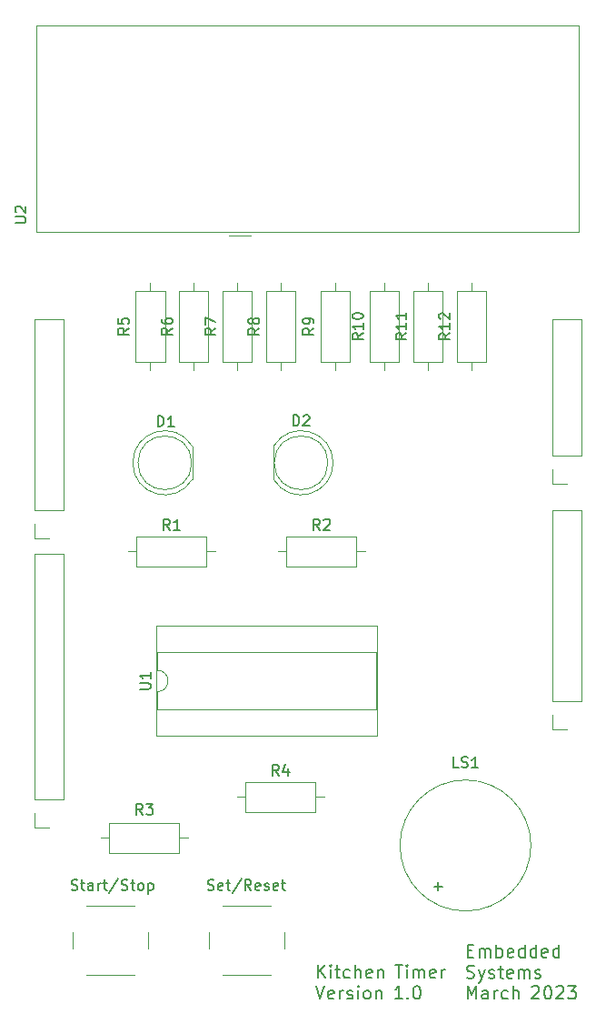
<source format=gbr>
%TF.GenerationSoftware,KiCad,Pcbnew,(7.0.0-0)*%
%TF.CreationDate,2023-04-13T00:16:45-06:00*%
%TF.ProjectId,Phase A - PCB,50686173-6520-4412-902d-205043422e6b,rev?*%
%TF.SameCoordinates,Original*%
%TF.FileFunction,Legend,Top*%
%TF.FilePolarity,Positive*%
%FSLAX46Y46*%
G04 Gerber Fmt 4.6, Leading zero omitted, Abs format (unit mm)*
G04 Created by KiCad (PCBNEW (7.0.0-0)) date 2023-04-13 00:16:45*
%MOMM*%
%LPD*%
G01*
G04 APERTURE LIST*
%ADD10C,0.150000*%
%ADD11C,0.120000*%
G04 APERTURE END LIST*
D10*
X149735714Y-117409857D02*
X149735714Y-116209857D01*
X150421428Y-117409857D02*
X149907142Y-116724142D01*
X150421428Y-116209857D02*
X149735714Y-116895571D01*
X150935714Y-117409857D02*
X150935714Y-116609857D01*
X150935714Y-116209857D02*
X150878571Y-116267000D01*
X150878571Y-116267000D02*
X150935714Y-116324142D01*
X150935714Y-116324142D02*
X150992857Y-116267000D01*
X150992857Y-116267000D02*
X150935714Y-116209857D01*
X150935714Y-116209857D02*
X150935714Y-116324142D01*
X151335714Y-116609857D02*
X151792857Y-116609857D01*
X151507143Y-116209857D02*
X151507143Y-117238428D01*
X151507143Y-117238428D02*
X151564286Y-117352714D01*
X151564286Y-117352714D02*
X151678571Y-117409857D01*
X151678571Y-117409857D02*
X151792857Y-117409857D01*
X152707143Y-117352714D02*
X152592857Y-117409857D01*
X152592857Y-117409857D02*
X152364285Y-117409857D01*
X152364285Y-117409857D02*
X152250000Y-117352714D01*
X152250000Y-117352714D02*
X152192857Y-117295571D01*
X152192857Y-117295571D02*
X152135714Y-117181285D01*
X152135714Y-117181285D02*
X152135714Y-116838428D01*
X152135714Y-116838428D02*
X152192857Y-116724142D01*
X152192857Y-116724142D02*
X152250000Y-116667000D01*
X152250000Y-116667000D02*
X152364285Y-116609857D01*
X152364285Y-116609857D02*
X152592857Y-116609857D01*
X152592857Y-116609857D02*
X152707143Y-116667000D01*
X153221428Y-117409857D02*
X153221428Y-116209857D01*
X153735714Y-117409857D02*
X153735714Y-116781285D01*
X153735714Y-116781285D02*
X153678571Y-116667000D01*
X153678571Y-116667000D02*
X153564285Y-116609857D01*
X153564285Y-116609857D02*
X153392856Y-116609857D01*
X153392856Y-116609857D02*
X153278571Y-116667000D01*
X153278571Y-116667000D02*
X153221428Y-116724142D01*
X154764285Y-117352714D02*
X154649999Y-117409857D01*
X154649999Y-117409857D02*
X154421428Y-117409857D01*
X154421428Y-117409857D02*
X154307142Y-117352714D01*
X154307142Y-117352714D02*
X154249999Y-117238428D01*
X154249999Y-117238428D02*
X154249999Y-116781285D01*
X154249999Y-116781285D02*
X154307142Y-116667000D01*
X154307142Y-116667000D02*
X154421428Y-116609857D01*
X154421428Y-116609857D02*
X154649999Y-116609857D01*
X154649999Y-116609857D02*
X154764285Y-116667000D01*
X154764285Y-116667000D02*
X154821428Y-116781285D01*
X154821428Y-116781285D02*
X154821428Y-116895571D01*
X154821428Y-116895571D02*
X154249999Y-117009857D01*
X155335713Y-116609857D02*
X155335713Y-117409857D01*
X155335713Y-116724142D02*
X155392856Y-116667000D01*
X155392856Y-116667000D02*
X155507141Y-116609857D01*
X155507141Y-116609857D02*
X155678570Y-116609857D01*
X155678570Y-116609857D02*
X155792856Y-116667000D01*
X155792856Y-116667000D02*
X155849999Y-116781285D01*
X155849999Y-116781285D02*
X155849999Y-117409857D01*
X156969998Y-116209857D02*
X157655713Y-116209857D01*
X157312855Y-117409857D02*
X157312855Y-116209857D01*
X158055713Y-117409857D02*
X158055713Y-116609857D01*
X158055713Y-116209857D02*
X157998570Y-116267000D01*
X157998570Y-116267000D02*
X158055713Y-116324142D01*
X158055713Y-116324142D02*
X158112856Y-116267000D01*
X158112856Y-116267000D02*
X158055713Y-116209857D01*
X158055713Y-116209857D02*
X158055713Y-116324142D01*
X158627142Y-117409857D02*
X158627142Y-116609857D01*
X158627142Y-116724142D02*
X158684285Y-116667000D01*
X158684285Y-116667000D02*
X158798570Y-116609857D01*
X158798570Y-116609857D02*
X158969999Y-116609857D01*
X158969999Y-116609857D02*
X159084285Y-116667000D01*
X159084285Y-116667000D02*
X159141428Y-116781285D01*
X159141428Y-116781285D02*
X159141428Y-117409857D01*
X159141428Y-116781285D02*
X159198570Y-116667000D01*
X159198570Y-116667000D02*
X159312856Y-116609857D01*
X159312856Y-116609857D02*
X159484285Y-116609857D01*
X159484285Y-116609857D02*
X159598570Y-116667000D01*
X159598570Y-116667000D02*
X159655713Y-116781285D01*
X159655713Y-116781285D02*
X159655713Y-117409857D01*
X160684285Y-117352714D02*
X160569999Y-117409857D01*
X160569999Y-117409857D02*
X160341428Y-117409857D01*
X160341428Y-117409857D02*
X160227142Y-117352714D01*
X160227142Y-117352714D02*
X160169999Y-117238428D01*
X160169999Y-117238428D02*
X160169999Y-116781285D01*
X160169999Y-116781285D02*
X160227142Y-116667000D01*
X160227142Y-116667000D02*
X160341428Y-116609857D01*
X160341428Y-116609857D02*
X160569999Y-116609857D01*
X160569999Y-116609857D02*
X160684285Y-116667000D01*
X160684285Y-116667000D02*
X160741428Y-116781285D01*
X160741428Y-116781285D02*
X160741428Y-116895571D01*
X160741428Y-116895571D02*
X160169999Y-117009857D01*
X161255713Y-117409857D02*
X161255713Y-116609857D01*
X161255713Y-116838428D02*
X161312856Y-116724142D01*
X161312856Y-116724142D02*
X161369999Y-116667000D01*
X161369999Y-116667000D02*
X161484284Y-116609857D01*
X161484284Y-116609857D02*
X161598570Y-116609857D01*
X149564285Y-118153857D02*
X149964285Y-119353857D01*
X149964285Y-119353857D02*
X150364285Y-118153857D01*
X151221428Y-119296714D02*
X151107142Y-119353857D01*
X151107142Y-119353857D02*
X150878571Y-119353857D01*
X150878571Y-119353857D02*
X150764285Y-119296714D01*
X150764285Y-119296714D02*
X150707142Y-119182428D01*
X150707142Y-119182428D02*
X150707142Y-118725285D01*
X150707142Y-118725285D02*
X150764285Y-118611000D01*
X150764285Y-118611000D02*
X150878571Y-118553857D01*
X150878571Y-118553857D02*
X151107142Y-118553857D01*
X151107142Y-118553857D02*
X151221428Y-118611000D01*
X151221428Y-118611000D02*
X151278571Y-118725285D01*
X151278571Y-118725285D02*
X151278571Y-118839571D01*
X151278571Y-118839571D02*
X150707142Y-118953857D01*
X151792856Y-119353857D02*
X151792856Y-118553857D01*
X151792856Y-118782428D02*
X151849999Y-118668142D01*
X151849999Y-118668142D02*
X151907142Y-118611000D01*
X151907142Y-118611000D02*
X152021427Y-118553857D01*
X152021427Y-118553857D02*
X152135713Y-118553857D01*
X152478570Y-119296714D02*
X152592856Y-119353857D01*
X152592856Y-119353857D02*
X152821427Y-119353857D01*
X152821427Y-119353857D02*
X152935713Y-119296714D01*
X152935713Y-119296714D02*
X152992856Y-119182428D01*
X152992856Y-119182428D02*
X152992856Y-119125285D01*
X152992856Y-119125285D02*
X152935713Y-119011000D01*
X152935713Y-119011000D02*
X152821427Y-118953857D01*
X152821427Y-118953857D02*
X152649999Y-118953857D01*
X152649999Y-118953857D02*
X152535713Y-118896714D01*
X152535713Y-118896714D02*
X152478570Y-118782428D01*
X152478570Y-118782428D02*
X152478570Y-118725285D01*
X152478570Y-118725285D02*
X152535713Y-118611000D01*
X152535713Y-118611000D02*
X152649999Y-118553857D01*
X152649999Y-118553857D02*
X152821427Y-118553857D01*
X152821427Y-118553857D02*
X152935713Y-118611000D01*
X153507142Y-119353857D02*
X153507142Y-118553857D01*
X153507142Y-118153857D02*
X153449999Y-118211000D01*
X153449999Y-118211000D02*
X153507142Y-118268142D01*
X153507142Y-118268142D02*
X153564285Y-118211000D01*
X153564285Y-118211000D02*
X153507142Y-118153857D01*
X153507142Y-118153857D02*
X153507142Y-118268142D01*
X154249999Y-119353857D02*
X154135714Y-119296714D01*
X154135714Y-119296714D02*
X154078571Y-119239571D01*
X154078571Y-119239571D02*
X154021428Y-119125285D01*
X154021428Y-119125285D02*
X154021428Y-118782428D01*
X154021428Y-118782428D02*
X154078571Y-118668142D01*
X154078571Y-118668142D02*
X154135714Y-118611000D01*
X154135714Y-118611000D02*
X154249999Y-118553857D01*
X154249999Y-118553857D02*
X154421428Y-118553857D01*
X154421428Y-118553857D02*
X154535714Y-118611000D01*
X154535714Y-118611000D02*
X154592857Y-118668142D01*
X154592857Y-118668142D02*
X154649999Y-118782428D01*
X154649999Y-118782428D02*
X154649999Y-119125285D01*
X154649999Y-119125285D02*
X154592857Y-119239571D01*
X154592857Y-119239571D02*
X154535714Y-119296714D01*
X154535714Y-119296714D02*
X154421428Y-119353857D01*
X154421428Y-119353857D02*
X154249999Y-119353857D01*
X155164285Y-118553857D02*
X155164285Y-119353857D01*
X155164285Y-118668142D02*
X155221428Y-118611000D01*
X155221428Y-118611000D02*
X155335713Y-118553857D01*
X155335713Y-118553857D02*
X155507142Y-118553857D01*
X155507142Y-118553857D02*
X155621428Y-118611000D01*
X155621428Y-118611000D02*
X155678571Y-118725285D01*
X155678571Y-118725285D02*
X155678571Y-119353857D01*
X157598570Y-119353857D02*
X156912856Y-119353857D01*
X157255713Y-119353857D02*
X157255713Y-118153857D01*
X157255713Y-118153857D02*
X157141427Y-118325285D01*
X157141427Y-118325285D02*
X157027142Y-118439571D01*
X157027142Y-118439571D02*
X156912856Y-118496714D01*
X158112856Y-119239571D02*
X158169999Y-119296714D01*
X158169999Y-119296714D02*
X158112856Y-119353857D01*
X158112856Y-119353857D02*
X158055713Y-119296714D01*
X158055713Y-119296714D02*
X158112856Y-119239571D01*
X158112856Y-119239571D02*
X158112856Y-119353857D01*
X158912856Y-118153857D02*
X159027142Y-118153857D01*
X159027142Y-118153857D02*
X159141428Y-118211000D01*
X159141428Y-118211000D02*
X159198571Y-118268142D01*
X159198571Y-118268142D02*
X159255713Y-118382428D01*
X159255713Y-118382428D02*
X159312856Y-118611000D01*
X159312856Y-118611000D02*
X159312856Y-118896714D01*
X159312856Y-118896714D02*
X159255713Y-119125285D01*
X159255713Y-119125285D02*
X159198571Y-119239571D01*
X159198571Y-119239571D02*
X159141428Y-119296714D01*
X159141428Y-119296714D02*
X159027142Y-119353857D01*
X159027142Y-119353857D02*
X158912856Y-119353857D01*
X158912856Y-119353857D02*
X158798571Y-119296714D01*
X158798571Y-119296714D02*
X158741428Y-119239571D01*
X158741428Y-119239571D02*
X158684285Y-119125285D01*
X158684285Y-119125285D02*
X158627142Y-118896714D01*
X158627142Y-118896714D02*
X158627142Y-118611000D01*
X158627142Y-118611000D02*
X158684285Y-118382428D01*
X158684285Y-118382428D02*
X158741428Y-118268142D01*
X158741428Y-118268142D02*
X158798571Y-118211000D01*
X158798571Y-118211000D02*
X158912856Y-118153857D01*
X126780476Y-109189761D02*
X126923333Y-109237380D01*
X126923333Y-109237380D02*
X127161428Y-109237380D01*
X127161428Y-109237380D02*
X127256666Y-109189761D01*
X127256666Y-109189761D02*
X127304285Y-109142142D01*
X127304285Y-109142142D02*
X127351904Y-109046904D01*
X127351904Y-109046904D02*
X127351904Y-108951666D01*
X127351904Y-108951666D02*
X127304285Y-108856428D01*
X127304285Y-108856428D02*
X127256666Y-108808809D01*
X127256666Y-108808809D02*
X127161428Y-108761190D01*
X127161428Y-108761190D02*
X126970952Y-108713571D01*
X126970952Y-108713571D02*
X126875714Y-108665952D01*
X126875714Y-108665952D02*
X126828095Y-108618333D01*
X126828095Y-108618333D02*
X126780476Y-108523095D01*
X126780476Y-108523095D02*
X126780476Y-108427857D01*
X126780476Y-108427857D02*
X126828095Y-108332619D01*
X126828095Y-108332619D02*
X126875714Y-108285000D01*
X126875714Y-108285000D02*
X126970952Y-108237380D01*
X126970952Y-108237380D02*
X127209047Y-108237380D01*
X127209047Y-108237380D02*
X127351904Y-108285000D01*
X127637619Y-108570714D02*
X128018571Y-108570714D01*
X127780476Y-108237380D02*
X127780476Y-109094523D01*
X127780476Y-109094523D02*
X127828095Y-109189761D01*
X127828095Y-109189761D02*
X127923333Y-109237380D01*
X127923333Y-109237380D02*
X128018571Y-109237380D01*
X128780476Y-109237380D02*
X128780476Y-108713571D01*
X128780476Y-108713571D02*
X128732857Y-108618333D01*
X128732857Y-108618333D02*
X128637619Y-108570714D01*
X128637619Y-108570714D02*
X128447143Y-108570714D01*
X128447143Y-108570714D02*
X128351905Y-108618333D01*
X128780476Y-109189761D02*
X128685238Y-109237380D01*
X128685238Y-109237380D02*
X128447143Y-109237380D01*
X128447143Y-109237380D02*
X128351905Y-109189761D01*
X128351905Y-109189761D02*
X128304286Y-109094523D01*
X128304286Y-109094523D02*
X128304286Y-108999285D01*
X128304286Y-108999285D02*
X128351905Y-108904047D01*
X128351905Y-108904047D02*
X128447143Y-108856428D01*
X128447143Y-108856428D02*
X128685238Y-108856428D01*
X128685238Y-108856428D02*
X128780476Y-108808809D01*
X129256667Y-109237380D02*
X129256667Y-108570714D01*
X129256667Y-108761190D02*
X129304286Y-108665952D01*
X129304286Y-108665952D02*
X129351905Y-108618333D01*
X129351905Y-108618333D02*
X129447143Y-108570714D01*
X129447143Y-108570714D02*
X129542381Y-108570714D01*
X129732858Y-108570714D02*
X130113810Y-108570714D01*
X129875715Y-108237380D02*
X129875715Y-109094523D01*
X129875715Y-109094523D02*
X129923334Y-109189761D01*
X129923334Y-109189761D02*
X130018572Y-109237380D01*
X130018572Y-109237380D02*
X130113810Y-109237380D01*
X131161429Y-108189761D02*
X130304287Y-109475476D01*
X131447144Y-109189761D02*
X131590001Y-109237380D01*
X131590001Y-109237380D02*
X131828096Y-109237380D01*
X131828096Y-109237380D02*
X131923334Y-109189761D01*
X131923334Y-109189761D02*
X131970953Y-109142142D01*
X131970953Y-109142142D02*
X132018572Y-109046904D01*
X132018572Y-109046904D02*
X132018572Y-108951666D01*
X132018572Y-108951666D02*
X131970953Y-108856428D01*
X131970953Y-108856428D02*
X131923334Y-108808809D01*
X131923334Y-108808809D02*
X131828096Y-108761190D01*
X131828096Y-108761190D02*
X131637620Y-108713571D01*
X131637620Y-108713571D02*
X131542382Y-108665952D01*
X131542382Y-108665952D02*
X131494763Y-108618333D01*
X131494763Y-108618333D02*
X131447144Y-108523095D01*
X131447144Y-108523095D02*
X131447144Y-108427857D01*
X131447144Y-108427857D02*
X131494763Y-108332619D01*
X131494763Y-108332619D02*
X131542382Y-108285000D01*
X131542382Y-108285000D02*
X131637620Y-108237380D01*
X131637620Y-108237380D02*
X131875715Y-108237380D01*
X131875715Y-108237380D02*
X132018572Y-108285000D01*
X132304287Y-108570714D02*
X132685239Y-108570714D01*
X132447144Y-108237380D02*
X132447144Y-109094523D01*
X132447144Y-109094523D02*
X132494763Y-109189761D01*
X132494763Y-109189761D02*
X132590001Y-109237380D01*
X132590001Y-109237380D02*
X132685239Y-109237380D01*
X133161430Y-109237380D02*
X133066192Y-109189761D01*
X133066192Y-109189761D02*
X133018573Y-109142142D01*
X133018573Y-109142142D02*
X132970954Y-109046904D01*
X132970954Y-109046904D02*
X132970954Y-108761190D01*
X132970954Y-108761190D02*
X133018573Y-108665952D01*
X133018573Y-108665952D02*
X133066192Y-108618333D01*
X133066192Y-108618333D02*
X133161430Y-108570714D01*
X133161430Y-108570714D02*
X133304287Y-108570714D01*
X133304287Y-108570714D02*
X133399525Y-108618333D01*
X133399525Y-108618333D02*
X133447144Y-108665952D01*
X133447144Y-108665952D02*
X133494763Y-108761190D01*
X133494763Y-108761190D02*
X133494763Y-109046904D01*
X133494763Y-109046904D02*
X133447144Y-109142142D01*
X133447144Y-109142142D02*
X133399525Y-109189761D01*
X133399525Y-109189761D02*
X133304287Y-109237380D01*
X133304287Y-109237380D02*
X133161430Y-109237380D01*
X133923335Y-108570714D02*
X133923335Y-109570714D01*
X133923335Y-108618333D02*
X134018573Y-108570714D01*
X134018573Y-108570714D02*
X134209049Y-108570714D01*
X134209049Y-108570714D02*
X134304287Y-108618333D01*
X134304287Y-108618333D02*
X134351906Y-108665952D01*
X134351906Y-108665952D02*
X134399525Y-108761190D01*
X134399525Y-108761190D02*
X134399525Y-109046904D01*
X134399525Y-109046904D02*
X134351906Y-109142142D01*
X134351906Y-109142142D02*
X134304287Y-109189761D01*
X134304287Y-109189761D02*
X134209049Y-109237380D01*
X134209049Y-109237380D02*
X134018573Y-109237380D01*
X134018573Y-109237380D02*
X133923335Y-109189761D01*
X139480476Y-109189761D02*
X139623333Y-109237380D01*
X139623333Y-109237380D02*
X139861428Y-109237380D01*
X139861428Y-109237380D02*
X139956666Y-109189761D01*
X139956666Y-109189761D02*
X140004285Y-109142142D01*
X140004285Y-109142142D02*
X140051904Y-109046904D01*
X140051904Y-109046904D02*
X140051904Y-108951666D01*
X140051904Y-108951666D02*
X140004285Y-108856428D01*
X140004285Y-108856428D02*
X139956666Y-108808809D01*
X139956666Y-108808809D02*
X139861428Y-108761190D01*
X139861428Y-108761190D02*
X139670952Y-108713571D01*
X139670952Y-108713571D02*
X139575714Y-108665952D01*
X139575714Y-108665952D02*
X139528095Y-108618333D01*
X139528095Y-108618333D02*
X139480476Y-108523095D01*
X139480476Y-108523095D02*
X139480476Y-108427857D01*
X139480476Y-108427857D02*
X139528095Y-108332619D01*
X139528095Y-108332619D02*
X139575714Y-108285000D01*
X139575714Y-108285000D02*
X139670952Y-108237380D01*
X139670952Y-108237380D02*
X139909047Y-108237380D01*
X139909047Y-108237380D02*
X140051904Y-108285000D01*
X140861428Y-109189761D02*
X140766190Y-109237380D01*
X140766190Y-109237380D02*
X140575714Y-109237380D01*
X140575714Y-109237380D02*
X140480476Y-109189761D01*
X140480476Y-109189761D02*
X140432857Y-109094523D01*
X140432857Y-109094523D02*
X140432857Y-108713571D01*
X140432857Y-108713571D02*
X140480476Y-108618333D01*
X140480476Y-108618333D02*
X140575714Y-108570714D01*
X140575714Y-108570714D02*
X140766190Y-108570714D01*
X140766190Y-108570714D02*
X140861428Y-108618333D01*
X140861428Y-108618333D02*
X140909047Y-108713571D01*
X140909047Y-108713571D02*
X140909047Y-108808809D01*
X140909047Y-108808809D02*
X140432857Y-108904047D01*
X141194762Y-108570714D02*
X141575714Y-108570714D01*
X141337619Y-108237380D02*
X141337619Y-109094523D01*
X141337619Y-109094523D02*
X141385238Y-109189761D01*
X141385238Y-109189761D02*
X141480476Y-109237380D01*
X141480476Y-109237380D02*
X141575714Y-109237380D01*
X142623333Y-108189761D02*
X141766191Y-109475476D01*
X143528095Y-109237380D02*
X143194762Y-108761190D01*
X142956667Y-109237380D02*
X142956667Y-108237380D01*
X142956667Y-108237380D02*
X143337619Y-108237380D01*
X143337619Y-108237380D02*
X143432857Y-108285000D01*
X143432857Y-108285000D02*
X143480476Y-108332619D01*
X143480476Y-108332619D02*
X143528095Y-108427857D01*
X143528095Y-108427857D02*
X143528095Y-108570714D01*
X143528095Y-108570714D02*
X143480476Y-108665952D01*
X143480476Y-108665952D02*
X143432857Y-108713571D01*
X143432857Y-108713571D02*
X143337619Y-108761190D01*
X143337619Y-108761190D02*
X142956667Y-108761190D01*
X144337619Y-109189761D02*
X144242381Y-109237380D01*
X144242381Y-109237380D02*
X144051905Y-109237380D01*
X144051905Y-109237380D02*
X143956667Y-109189761D01*
X143956667Y-109189761D02*
X143909048Y-109094523D01*
X143909048Y-109094523D02*
X143909048Y-108713571D01*
X143909048Y-108713571D02*
X143956667Y-108618333D01*
X143956667Y-108618333D02*
X144051905Y-108570714D01*
X144051905Y-108570714D02*
X144242381Y-108570714D01*
X144242381Y-108570714D02*
X144337619Y-108618333D01*
X144337619Y-108618333D02*
X144385238Y-108713571D01*
X144385238Y-108713571D02*
X144385238Y-108808809D01*
X144385238Y-108808809D02*
X143909048Y-108904047D01*
X144766191Y-109189761D02*
X144861429Y-109237380D01*
X144861429Y-109237380D02*
X145051905Y-109237380D01*
X145051905Y-109237380D02*
X145147143Y-109189761D01*
X145147143Y-109189761D02*
X145194762Y-109094523D01*
X145194762Y-109094523D02*
X145194762Y-109046904D01*
X145194762Y-109046904D02*
X145147143Y-108951666D01*
X145147143Y-108951666D02*
X145051905Y-108904047D01*
X145051905Y-108904047D02*
X144909048Y-108904047D01*
X144909048Y-108904047D02*
X144813810Y-108856428D01*
X144813810Y-108856428D02*
X144766191Y-108761190D01*
X144766191Y-108761190D02*
X144766191Y-108713571D01*
X144766191Y-108713571D02*
X144813810Y-108618333D01*
X144813810Y-108618333D02*
X144909048Y-108570714D01*
X144909048Y-108570714D02*
X145051905Y-108570714D01*
X145051905Y-108570714D02*
X145147143Y-108618333D01*
X146004286Y-109189761D02*
X145909048Y-109237380D01*
X145909048Y-109237380D02*
X145718572Y-109237380D01*
X145718572Y-109237380D02*
X145623334Y-109189761D01*
X145623334Y-109189761D02*
X145575715Y-109094523D01*
X145575715Y-109094523D02*
X145575715Y-108713571D01*
X145575715Y-108713571D02*
X145623334Y-108618333D01*
X145623334Y-108618333D02*
X145718572Y-108570714D01*
X145718572Y-108570714D02*
X145909048Y-108570714D01*
X145909048Y-108570714D02*
X146004286Y-108618333D01*
X146004286Y-108618333D02*
X146051905Y-108713571D01*
X146051905Y-108713571D02*
X146051905Y-108808809D01*
X146051905Y-108808809D02*
X145575715Y-108904047D01*
X146337620Y-108570714D02*
X146718572Y-108570714D01*
X146480477Y-108237380D02*
X146480477Y-109094523D01*
X146480477Y-109094523D02*
X146528096Y-109189761D01*
X146528096Y-109189761D02*
X146623334Y-109237380D01*
X146623334Y-109237380D02*
X146718572Y-109237380D01*
X163705714Y-114876285D02*
X164105714Y-114876285D01*
X164277142Y-115504857D02*
X163705714Y-115504857D01*
X163705714Y-115504857D02*
X163705714Y-114304857D01*
X163705714Y-114304857D02*
X164277142Y-114304857D01*
X164791428Y-115504857D02*
X164791428Y-114704857D01*
X164791428Y-114819142D02*
X164848571Y-114762000D01*
X164848571Y-114762000D02*
X164962856Y-114704857D01*
X164962856Y-114704857D02*
X165134285Y-114704857D01*
X165134285Y-114704857D02*
X165248571Y-114762000D01*
X165248571Y-114762000D02*
X165305714Y-114876285D01*
X165305714Y-114876285D02*
X165305714Y-115504857D01*
X165305714Y-114876285D02*
X165362856Y-114762000D01*
X165362856Y-114762000D02*
X165477142Y-114704857D01*
X165477142Y-114704857D02*
X165648571Y-114704857D01*
X165648571Y-114704857D02*
X165762856Y-114762000D01*
X165762856Y-114762000D02*
X165819999Y-114876285D01*
X165819999Y-114876285D02*
X165819999Y-115504857D01*
X166391428Y-115504857D02*
X166391428Y-114304857D01*
X166391428Y-114762000D02*
X166505714Y-114704857D01*
X166505714Y-114704857D02*
X166734285Y-114704857D01*
X166734285Y-114704857D02*
X166848571Y-114762000D01*
X166848571Y-114762000D02*
X166905714Y-114819142D01*
X166905714Y-114819142D02*
X166962856Y-114933428D01*
X166962856Y-114933428D02*
X166962856Y-115276285D01*
X166962856Y-115276285D02*
X166905714Y-115390571D01*
X166905714Y-115390571D02*
X166848571Y-115447714D01*
X166848571Y-115447714D02*
X166734285Y-115504857D01*
X166734285Y-115504857D02*
X166505714Y-115504857D01*
X166505714Y-115504857D02*
X166391428Y-115447714D01*
X167934285Y-115447714D02*
X167819999Y-115504857D01*
X167819999Y-115504857D02*
X167591428Y-115504857D01*
X167591428Y-115504857D02*
X167477142Y-115447714D01*
X167477142Y-115447714D02*
X167419999Y-115333428D01*
X167419999Y-115333428D02*
X167419999Y-114876285D01*
X167419999Y-114876285D02*
X167477142Y-114762000D01*
X167477142Y-114762000D02*
X167591428Y-114704857D01*
X167591428Y-114704857D02*
X167819999Y-114704857D01*
X167819999Y-114704857D02*
X167934285Y-114762000D01*
X167934285Y-114762000D02*
X167991428Y-114876285D01*
X167991428Y-114876285D02*
X167991428Y-114990571D01*
X167991428Y-114990571D02*
X167419999Y-115104857D01*
X169019999Y-115504857D02*
X169019999Y-114304857D01*
X169019999Y-115447714D02*
X168905713Y-115504857D01*
X168905713Y-115504857D02*
X168677141Y-115504857D01*
X168677141Y-115504857D02*
X168562856Y-115447714D01*
X168562856Y-115447714D02*
X168505713Y-115390571D01*
X168505713Y-115390571D02*
X168448570Y-115276285D01*
X168448570Y-115276285D02*
X168448570Y-114933428D01*
X168448570Y-114933428D02*
X168505713Y-114819142D01*
X168505713Y-114819142D02*
X168562856Y-114762000D01*
X168562856Y-114762000D02*
X168677141Y-114704857D01*
X168677141Y-114704857D02*
X168905713Y-114704857D01*
X168905713Y-114704857D02*
X169019999Y-114762000D01*
X170105713Y-115504857D02*
X170105713Y-114304857D01*
X170105713Y-115447714D02*
X169991427Y-115504857D01*
X169991427Y-115504857D02*
X169762855Y-115504857D01*
X169762855Y-115504857D02*
X169648570Y-115447714D01*
X169648570Y-115447714D02*
X169591427Y-115390571D01*
X169591427Y-115390571D02*
X169534284Y-115276285D01*
X169534284Y-115276285D02*
X169534284Y-114933428D01*
X169534284Y-114933428D02*
X169591427Y-114819142D01*
X169591427Y-114819142D02*
X169648570Y-114762000D01*
X169648570Y-114762000D02*
X169762855Y-114704857D01*
X169762855Y-114704857D02*
X169991427Y-114704857D01*
X169991427Y-114704857D02*
X170105713Y-114762000D01*
X171134284Y-115447714D02*
X171019998Y-115504857D01*
X171019998Y-115504857D02*
X170791427Y-115504857D01*
X170791427Y-115504857D02*
X170677141Y-115447714D01*
X170677141Y-115447714D02*
X170619998Y-115333428D01*
X170619998Y-115333428D02*
X170619998Y-114876285D01*
X170619998Y-114876285D02*
X170677141Y-114762000D01*
X170677141Y-114762000D02*
X170791427Y-114704857D01*
X170791427Y-114704857D02*
X171019998Y-114704857D01*
X171019998Y-114704857D02*
X171134284Y-114762000D01*
X171134284Y-114762000D02*
X171191427Y-114876285D01*
X171191427Y-114876285D02*
X171191427Y-114990571D01*
X171191427Y-114990571D02*
X170619998Y-115104857D01*
X172219998Y-115504857D02*
X172219998Y-114304857D01*
X172219998Y-115447714D02*
X172105712Y-115504857D01*
X172105712Y-115504857D02*
X171877140Y-115504857D01*
X171877140Y-115504857D02*
X171762855Y-115447714D01*
X171762855Y-115447714D02*
X171705712Y-115390571D01*
X171705712Y-115390571D02*
X171648569Y-115276285D01*
X171648569Y-115276285D02*
X171648569Y-114933428D01*
X171648569Y-114933428D02*
X171705712Y-114819142D01*
X171705712Y-114819142D02*
X171762855Y-114762000D01*
X171762855Y-114762000D02*
X171877140Y-114704857D01*
X171877140Y-114704857D02*
X172105712Y-114704857D01*
X172105712Y-114704857D02*
X172219998Y-114762000D01*
X163648571Y-117391714D02*
X163820000Y-117448857D01*
X163820000Y-117448857D02*
X164105714Y-117448857D01*
X164105714Y-117448857D02*
X164220000Y-117391714D01*
X164220000Y-117391714D02*
X164277142Y-117334571D01*
X164277142Y-117334571D02*
X164334285Y-117220285D01*
X164334285Y-117220285D02*
X164334285Y-117106000D01*
X164334285Y-117106000D02*
X164277142Y-116991714D01*
X164277142Y-116991714D02*
X164220000Y-116934571D01*
X164220000Y-116934571D02*
X164105714Y-116877428D01*
X164105714Y-116877428D02*
X163877142Y-116820285D01*
X163877142Y-116820285D02*
X163762857Y-116763142D01*
X163762857Y-116763142D02*
X163705714Y-116706000D01*
X163705714Y-116706000D02*
X163648571Y-116591714D01*
X163648571Y-116591714D02*
X163648571Y-116477428D01*
X163648571Y-116477428D02*
X163705714Y-116363142D01*
X163705714Y-116363142D02*
X163762857Y-116306000D01*
X163762857Y-116306000D02*
X163877142Y-116248857D01*
X163877142Y-116248857D02*
X164162857Y-116248857D01*
X164162857Y-116248857D02*
X164334285Y-116306000D01*
X164734285Y-116648857D02*
X165019999Y-117448857D01*
X165305714Y-116648857D02*
X165019999Y-117448857D01*
X165019999Y-117448857D02*
X164905714Y-117734571D01*
X164905714Y-117734571D02*
X164848571Y-117791714D01*
X164848571Y-117791714D02*
X164734285Y-117848857D01*
X165705714Y-117391714D02*
X165820000Y-117448857D01*
X165820000Y-117448857D02*
X166048571Y-117448857D01*
X166048571Y-117448857D02*
X166162857Y-117391714D01*
X166162857Y-117391714D02*
X166220000Y-117277428D01*
X166220000Y-117277428D02*
X166220000Y-117220285D01*
X166220000Y-117220285D02*
X166162857Y-117106000D01*
X166162857Y-117106000D02*
X166048571Y-117048857D01*
X166048571Y-117048857D02*
X165877143Y-117048857D01*
X165877143Y-117048857D02*
X165762857Y-116991714D01*
X165762857Y-116991714D02*
X165705714Y-116877428D01*
X165705714Y-116877428D02*
X165705714Y-116820285D01*
X165705714Y-116820285D02*
X165762857Y-116706000D01*
X165762857Y-116706000D02*
X165877143Y-116648857D01*
X165877143Y-116648857D02*
X166048571Y-116648857D01*
X166048571Y-116648857D02*
X166162857Y-116706000D01*
X166562857Y-116648857D02*
X167020000Y-116648857D01*
X166734286Y-116248857D02*
X166734286Y-117277428D01*
X166734286Y-117277428D02*
X166791429Y-117391714D01*
X166791429Y-117391714D02*
X166905714Y-117448857D01*
X166905714Y-117448857D02*
X167020000Y-117448857D01*
X167877143Y-117391714D02*
X167762857Y-117448857D01*
X167762857Y-117448857D02*
X167534286Y-117448857D01*
X167534286Y-117448857D02*
X167420000Y-117391714D01*
X167420000Y-117391714D02*
X167362857Y-117277428D01*
X167362857Y-117277428D02*
X167362857Y-116820285D01*
X167362857Y-116820285D02*
X167420000Y-116706000D01*
X167420000Y-116706000D02*
X167534286Y-116648857D01*
X167534286Y-116648857D02*
X167762857Y-116648857D01*
X167762857Y-116648857D02*
X167877143Y-116706000D01*
X167877143Y-116706000D02*
X167934286Y-116820285D01*
X167934286Y-116820285D02*
X167934286Y-116934571D01*
X167934286Y-116934571D02*
X167362857Y-117048857D01*
X168448571Y-117448857D02*
X168448571Y-116648857D01*
X168448571Y-116763142D02*
X168505714Y-116706000D01*
X168505714Y-116706000D02*
X168619999Y-116648857D01*
X168619999Y-116648857D02*
X168791428Y-116648857D01*
X168791428Y-116648857D02*
X168905714Y-116706000D01*
X168905714Y-116706000D02*
X168962857Y-116820285D01*
X168962857Y-116820285D02*
X168962857Y-117448857D01*
X168962857Y-116820285D02*
X169019999Y-116706000D01*
X169019999Y-116706000D02*
X169134285Y-116648857D01*
X169134285Y-116648857D02*
X169305714Y-116648857D01*
X169305714Y-116648857D02*
X169419999Y-116706000D01*
X169419999Y-116706000D02*
X169477142Y-116820285D01*
X169477142Y-116820285D02*
X169477142Y-117448857D01*
X169991428Y-117391714D02*
X170105714Y-117448857D01*
X170105714Y-117448857D02*
X170334285Y-117448857D01*
X170334285Y-117448857D02*
X170448571Y-117391714D01*
X170448571Y-117391714D02*
X170505714Y-117277428D01*
X170505714Y-117277428D02*
X170505714Y-117220285D01*
X170505714Y-117220285D02*
X170448571Y-117106000D01*
X170448571Y-117106000D02*
X170334285Y-117048857D01*
X170334285Y-117048857D02*
X170162857Y-117048857D01*
X170162857Y-117048857D02*
X170048571Y-116991714D01*
X170048571Y-116991714D02*
X169991428Y-116877428D01*
X169991428Y-116877428D02*
X169991428Y-116820285D01*
X169991428Y-116820285D02*
X170048571Y-116706000D01*
X170048571Y-116706000D02*
X170162857Y-116648857D01*
X170162857Y-116648857D02*
X170334285Y-116648857D01*
X170334285Y-116648857D02*
X170448571Y-116706000D01*
X163705714Y-119353857D02*
X163705714Y-118153857D01*
X163705714Y-118153857D02*
X164105714Y-119011000D01*
X164105714Y-119011000D02*
X164505714Y-118153857D01*
X164505714Y-118153857D02*
X164505714Y-119353857D01*
X165591429Y-119353857D02*
X165591429Y-118725285D01*
X165591429Y-118725285D02*
X165534286Y-118611000D01*
X165534286Y-118611000D02*
X165420000Y-118553857D01*
X165420000Y-118553857D02*
X165191429Y-118553857D01*
X165191429Y-118553857D02*
X165077143Y-118611000D01*
X165591429Y-119296714D02*
X165477143Y-119353857D01*
X165477143Y-119353857D02*
X165191429Y-119353857D01*
X165191429Y-119353857D02*
X165077143Y-119296714D01*
X165077143Y-119296714D02*
X165020000Y-119182428D01*
X165020000Y-119182428D02*
X165020000Y-119068142D01*
X165020000Y-119068142D02*
X165077143Y-118953857D01*
X165077143Y-118953857D02*
X165191429Y-118896714D01*
X165191429Y-118896714D02*
X165477143Y-118896714D01*
X165477143Y-118896714D02*
X165591429Y-118839571D01*
X166162857Y-119353857D02*
X166162857Y-118553857D01*
X166162857Y-118782428D02*
X166220000Y-118668142D01*
X166220000Y-118668142D02*
X166277143Y-118611000D01*
X166277143Y-118611000D02*
X166391428Y-118553857D01*
X166391428Y-118553857D02*
X166505714Y-118553857D01*
X167420000Y-119296714D02*
X167305714Y-119353857D01*
X167305714Y-119353857D02*
X167077142Y-119353857D01*
X167077142Y-119353857D02*
X166962857Y-119296714D01*
X166962857Y-119296714D02*
X166905714Y-119239571D01*
X166905714Y-119239571D02*
X166848571Y-119125285D01*
X166848571Y-119125285D02*
X166848571Y-118782428D01*
X166848571Y-118782428D02*
X166905714Y-118668142D01*
X166905714Y-118668142D02*
X166962857Y-118611000D01*
X166962857Y-118611000D02*
X167077142Y-118553857D01*
X167077142Y-118553857D02*
X167305714Y-118553857D01*
X167305714Y-118553857D02*
X167420000Y-118611000D01*
X167934285Y-119353857D02*
X167934285Y-118153857D01*
X168448571Y-119353857D02*
X168448571Y-118725285D01*
X168448571Y-118725285D02*
X168391428Y-118611000D01*
X168391428Y-118611000D02*
X168277142Y-118553857D01*
X168277142Y-118553857D02*
X168105713Y-118553857D01*
X168105713Y-118553857D02*
X167991428Y-118611000D01*
X167991428Y-118611000D02*
X167934285Y-118668142D01*
X169682856Y-118268142D02*
X169739999Y-118211000D01*
X169739999Y-118211000D02*
X169854285Y-118153857D01*
X169854285Y-118153857D02*
X170139999Y-118153857D01*
X170139999Y-118153857D02*
X170254285Y-118211000D01*
X170254285Y-118211000D02*
X170311427Y-118268142D01*
X170311427Y-118268142D02*
X170368570Y-118382428D01*
X170368570Y-118382428D02*
X170368570Y-118496714D01*
X170368570Y-118496714D02*
X170311427Y-118668142D01*
X170311427Y-118668142D02*
X169625713Y-119353857D01*
X169625713Y-119353857D02*
X170368570Y-119353857D01*
X171111427Y-118153857D02*
X171225713Y-118153857D01*
X171225713Y-118153857D02*
X171339999Y-118211000D01*
X171339999Y-118211000D02*
X171397142Y-118268142D01*
X171397142Y-118268142D02*
X171454284Y-118382428D01*
X171454284Y-118382428D02*
X171511427Y-118611000D01*
X171511427Y-118611000D02*
X171511427Y-118896714D01*
X171511427Y-118896714D02*
X171454284Y-119125285D01*
X171454284Y-119125285D02*
X171397142Y-119239571D01*
X171397142Y-119239571D02*
X171339999Y-119296714D01*
X171339999Y-119296714D02*
X171225713Y-119353857D01*
X171225713Y-119353857D02*
X171111427Y-119353857D01*
X171111427Y-119353857D02*
X170997142Y-119296714D01*
X170997142Y-119296714D02*
X170939999Y-119239571D01*
X170939999Y-119239571D02*
X170882856Y-119125285D01*
X170882856Y-119125285D02*
X170825713Y-118896714D01*
X170825713Y-118896714D02*
X170825713Y-118611000D01*
X170825713Y-118611000D02*
X170882856Y-118382428D01*
X170882856Y-118382428D02*
X170939999Y-118268142D01*
X170939999Y-118268142D02*
X170997142Y-118211000D01*
X170997142Y-118211000D02*
X171111427Y-118153857D01*
X171968570Y-118268142D02*
X172025713Y-118211000D01*
X172025713Y-118211000D02*
X172139999Y-118153857D01*
X172139999Y-118153857D02*
X172425713Y-118153857D01*
X172425713Y-118153857D02*
X172539999Y-118211000D01*
X172539999Y-118211000D02*
X172597141Y-118268142D01*
X172597141Y-118268142D02*
X172654284Y-118382428D01*
X172654284Y-118382428D02*
X172654284Y-118496714D01*
X172654284Y-118496714D02*
X172597141Y-118668142D01*
X172597141Y-118668142D02*
X171911427Y-119353857D01*
X171911427Y-119353857D02*
X172654284Y-119353857D01*
X173054284Y-118153857D02*
X173797141Y-118153857D01*
X173797141Y-118153857D02*
X173397141Y-118611000D01*
X173397141Y-118611000D02*
X173568570Y-118611000D01*
X173568570Y-118611000D02*
X173682856Y-118668142D01*
X173682856Y-118668142D02*
X173739998Y-118725285D01*
X173739998Y-118725285D02*
X173797141Y-118839571D01*
X173797141Y-118839571D02*
X173797141Y-119125285D01*
X173797141Y-119125285D02*
X173739998Y-119239571D01*
X173739998Y-119239571D02*
X173682856Y-119296714D01*
X173682856Y-119296714D02*
X173568570Y-119353857D01*
X173568570Y-119353857D02*
X173225713Y-119353857D01*
X173225713Y-119353857D02*
X173111427Y-119296714D01*
X173111427Y-119296714D02*
X173054284Y-119239571D01*
%TO.C,R3*%
X133408333Y-102202380D02*
X133075000Y-101726190D01*
X132836905Y-102202380D02*
X132836905Y-101202380D01*
X132836905Y-101202380D02*
X133217857Y-101202380D01*
X133217857Y-101202380D02*
X133313095Y-101250000D01*
X133313095Y-101250000D02*
X133360714Y-101297619D01*
X133360714Y-101297619D02*
X133408333Y-101392857D01*
X133408333Y-101392857D02*
X133408333Y-101535714D01*
X133408333Y-101535714D02*
X133360714Y-101630952D01*
X133360714Y-101630952D02*
X133313095Y-101678571D01*
X133313095Y-101678571D02*
X133217857Y-101726190D01*
X133217857Y-101726190D02*
X132836905Y-101726190D01*
X133741667Y-101202380D02*
X134360714Y-101202380D01*
X134360714Y-101202380D02*
X134027381Y-101583333D01*
X134027381Y-101583333D02*
X134170238Y-101583333D01*
X134170238Y-101583333D02*
X134265476Y-101630952D01*
X134265476Y-101630952D02*
X134313095Y-101678571D01*
X134313095Y-101678571D02*
X134360714Y-101773809D01*
X134360714Y-101773809D02*
X134360714Y-102011904D01*
X134360714Y-102011904D02*
X134313095Y-102107142D01*
X134313095Y-102107142D02*
X134265476Y-102154761D01*
X134265476Y-102154761D02*
X134170238Y-102202380D01*
X134170238Y-102202380D02*
X133884524Y-102202380D01*
X133884524Y-102202380D02*
X133789286Y-102154761D01*
X133789286Y-102154761D02*
X133741667Y-102107142D01*
%TO.C,R10*%
X153952380Y-57392857D02*
X153476190Y-57726190D01*
X153952380Y-57964285D02*
X152952380Y-57964285D01*
X152952380Y-57964285D02*
X152952380Y-57583333D01*
X152952380Y-57583333D02*
X153000000Y-57488095D01*
X153000000Y-57488095D02*
X153047619Y-57440476D01*
X153047619Y-57440476D02*
X153142857Y-57392857D01*
X153142857Y-57392857D02*
X153285714Y-57392857D01*
X153285714Y-57392857D02*
X153380952Y-57440476D01*
X153380952Y-57440476D02*
X153428571Y-57488095D01*
X153428571Y-57488095D02*
X153476190Y-57583333D01*
X153476190Y-57583333D02*
X153476190Y-57964285D01*
X153952380Y-56440476D02*
X153952380Y-57011904D01*
X153952380Y-56726190D02*
X152952380Y-56726190D01*
X152952380Y-56726190D02*
X153095238Y-56821428D01*
X153095238Y-56821428D02*
X153190476Y-56916666D01*
X153190476Y-56916666D02*
X153238095Y-57011904D01*
X152952380Y-55821428D02*
X152952380Y-55726190D01*
X152952380Y-55726190D02*
X153000000Y-55630952D01*
X153000000Y-55630952D02*
X153047619Y-55583333D01*
X153047619Y-55583333D02*
X153142857Y-55535714D01*
X153142857Y-55535714D02*
X153333333Y-55488095D01*
X153333333Y-55488095D02*
X153571428Y-55488095D01*
X153571428Y-55488095D02*
X153761904Y-55535714D01*
X153761904Y-55535714D02*
X153857142Y-55583333D01*
X153857142Y-55583333D02*
X153904761Y-55630952D01*
X153904761Y-55630952D02*
X153952380Y-55726190D01*
X153952380Y-55726190D02*
X153952380Y-55821428D01*
X153952380Y-55821428D02*
X153904761Y-55916666D01*
X153904761Y-55916666D02*
X153857142Y-55964285D01*
X153857142Y-55964285D02*
X153761904Y-56011904D01*
X153761904Y-56011904D02*
X153571428Y-56059523D01*
X153571428Y-56059523D02*
X153333333Y-56059523D01*
X153333333Y-56059523D02*
X153142857Y-56011904D01*
X153142857Y-56011904D02*
X153047619Y-55964285D01*
X153047619Y-55964285D02*
X153000000Y-55916666D01*
X153000000Y-55916666D02*
X152952380Y-55821428D01*
%TO.C,R12*%
X162052380Y-57392857D02*
X161576190Y-57726190D01*
X162052380Y-57964285D02*
X161052380Y-57964285D01*
X161052380Y-57964285D02*
X161052380Y-57583333D01*
X161052380Y-57583333D02*
X161100000Y-57488095D01*
X161100000Y-57488095D02*
X161147619Y-57440476D01*
X161147619Y-57440476D02*
X161242857Y-57392857D01*
X161242857Y-57392857D02*
X161385714Y-57392857D01*
X161385714Y-57392857D02*
X161480952Y-57440476D01*
X161480952Y-57440476D02*
X161528571Y-57488095D01*
X161528571Y-57488095D02*
X161576190Y-57583333D01*
X161576190Y-57583333D02*
X161576190Y-57964285D01*
X162052380Y-56440476D02*
X162052380Y-57011904D01*
X162052380Y-56726190D02*
X161052380Y-56726190D01*
X161052380Y-56726190D02*
X161195238Y-56821428D01*
X161195238Y-56821428D02*
X161290476Y-56916666D01*
X161290476Y-56916666D02*
X161338095Y-57011904D01*
X161147619Y-56059523D02*
X161100000Y-56011904D01*
X161100000Y-56011904D02*
X161052380Y-55916666D01*
X161052380Y-55916666D02*
X161052380Y-55678571D01*
X161052380Y-55678571D02*
X161100000Y-55583333D01*
X161100000Y-55583333D02*
X161147619Y-55535714D01*
X161147619Y-55535714D02*
X161242857Y-55488095D01*
X161242857Y-55488095D02*
X161338095Y-55488095D01*
X161338095Y-55488095D02*
X161480952Y-55535714D01*
X161480952Y-55535714D02*
X162052380Y-56107142D01*
X162052380Y-56107142D02*
X162052380Y-55488095D01*
%TO.C,U2*%
X121522380Y-47116904D02*
X122331904Y-47116904D01*
X122331904Y-47116904D02*
X122427142Y-47069285D01*
X122427142Y-47069285D02*
X122474761Y-47021666D01*
X122474761Y-47021666D02*
X122522380Y-46926428D01*
X122522380Y-46926428D02*
X122522380Y-46735952D01*
X122522380Y-46735952D02*
X122474761Y-46640714D01*
X122474761Y-46640714D02*
X122427142Y-46593095D01*
X122427142Y-46593095D02*
X122331904Y-46545476D01*
X122331904Y-46545476D02*
X121522380Y-46545476D01*
X121617619Y-46116904D02*
X121570000Y-46069285D01*
X121570000Y-46069285D02*
X121522380Y-45974047D01*
X121522380Y-45974047D02*
X121522380Y-45735952D01*
X121522380Y-45735952D02*
X121570000Y-45640714D01*
X121570000Y-45640714D02*
X121617619Y-45593095D01*
X121617619Y-45593095D02*
X121712857Y-45545476D01*
X121712857Y-45545476D02*
X121808095Y-45545476D01*
X121808095Y-45545476D02*
X121950952Y-45593095D01*
X121950952Y-45593095D02*
X122522380Y-46164523D01*
X122522380Y-46164523D02*
X122522380Y-45545476D01*
%TO.C,D2*%
X147446905Y-66007380D02*
X147446905Y-65007380D01*
X147446905Y-65007380D02*
X147685000Y-65007380D01*
X147685000Y-65007380D02*
X147827857Y-65055000D01*
X147827857Y-65055000D02*
X147923095Y-65150238D01*
X147923095Y-65150238D02*
X147970714Y-65245476D01*
X147970714Y-65245476D02*
X148018333Y-65435952D01*
X148018333Y-65435952D02*
X148018333Y-65578809D01*
X148018333Y-65578809D02*
X147970714Y-65769285D01*
X147970714Y-65769285D02*
X147923095Y-65864523D01*
X147923095Y-65864523D02*
X147827857Y-65959761D01*
X147827857Y-65959761D02*
X147685000Y-66007380D01*
X147685000Y-66007380D02*
X147446905Y-66007380D01*
X148399286Y-65102619D02*
X148446905Y-65055000D01*
X148446905Y-65055000D02*
X148542143Y-65007380D01*
X148542143Y-65007380D02*
X148780238Y-65007380D01*
X148780238Y-65007380D02*
X148875476Y-65055000D01*
X148875476Y-65055000D02*
X148923095Y-65102619D01*
X148923095Y-65102619D02*
X148970714Y-65197857D01*
X148970714Y-65197857D02*
X148970714Y-65293095D01*
X148970714Y-65293095D02*
X148923095Y-65435952D01*
X148923095Y-65435952D02*
X148351667Y-66007380D01*
X148351667Y-66007380D02*
X148970714Y-66007380D01*
%TO.C,R9*%
X149352380Y-56916666D02*
X148876190Y-57249999D01*
X149352380Y-57488094D02*
X148352380Y-57488094D01*
X148352380Y-57488094D02*
X148352380Y-57107142D01*
X148352380Y-57107142D02*
X148400000Y-57011904D01*
X148400000Y-57011904D02*
X148447619Y-56964285D01*
X148447619Y-56964285D02*
X148542857Y-56916666D01*
X148542857Y-56916666D02*
X148685714Y-56916666D01*
X148685714Y-56916666D02*
X148780952Y-56964285D01*
X148780952Y-56964285D02*
X148828571Y-57011904D01*
X148828571Y-57011904D02*
X148876190Y-57107142D01*
X148876190Y-57107142D02*
X148876190Y-57488094D01*
X149352380Y-56440475D02*
X149352380Y-56249999D01*
X149352380Y-56249999D02*
X149304761Y-56154761D01*
X149304761Y-56154761D02*
X149257142Y-56107142D01*
X149257142Y-56107142D02*
X149114285Y-56011904D01*
X149114285Y-56011904D02*
X148923809Y-55964285D01*
X148923809Y-55964285D02*
X148542857Y-55964285D01*
X148542857Y-55964285D02*
X148447619Y-56011904D01*
X148447619Y-56011904D02*
X148400000Y-56059523D01*
X148400000Y-56059523D02*
X148352380Y-56154761D01*
X148352380Y-56154761D02*
X148352380Y-56345237D01*
X148352380Y-56345237D02*
X148400000Y-56440475D01*
X148400000Y-56440475D02*
X148447619Y-56488094D01*
X148447619Y-56488094D02*
X148542857Y-56535713D01*
X148542857Y-56535713D02*
X148780952Y-56535713D01*
X148780952Y-56535713D02*
X148876190Y-56488094D01*
X148876190Y-56488094D02*
X148923809Y-56440475D01*
X148923809Y-56440475D02*
X148971428Y-56345237D01*
X148971428Y-56345237D02*
X148971428Y-56154761D01*
X148971428Y-56154761D02*
X148923809Y-56059523D01*
X148923809Y-56059523D02*
X148876190Y-56011904D01*
X148876190Y-56011904D02*
X148780952Y-55964285D01*
%TO.C,U1*%
X133142380Y-90521904D02*
X133951904Y-90521904D01*
X133951904Y-90521904D02*
X134047142Y-90474285D01*
X134047142Y-90474285D02*
X134094761Y-90426666D01*
X134094761Y-90426666D02*
X134142380Y-90331428D01*
X134142380Y-90331428D02*
X134142380Y-90140952D01*
X134142380Y-90140952D02*
X134094761Y-90045714D01*
X134094761Y-90045714D02*
X134047142Y-89998095D01*
X134047142Y-89998095D02*
X133951904Y-89950476D01*
X133951904Y-89950476D02*
X133142380Y-89950476D01*
X134142380Y-88950476D02*
X134142380Y-89521904D01*
X134142380Y-89236190D02*
X133142380Y-89236190D01*
X133142380Y-89236190D02*
X133285238Y-89331428D01*
X133285238Y-89331428D02*
X133380476Y-89426666D01*
X133380476Y-89426666D02*
X133428095Y-89521904D01*
%TO.C,R2*%
X149918333Y-75702380D02*
X149585000Y-75226190D01*
X149346905Y-75702380D02*
X149346905Y-74702380D01*
X149346905Y-74702380D02*
X149727857Y-74702380D01*
X149727857Y-74702380D02*
X149823095Y-74750000D01*
X149823095Y-74750000D02*
X149870714Y-74797619D01*
X149870714Y-74797619D02*
X149918333Y-74892857D01*
X149918333Y-74892857D02*
X149918333Y-75035714D01*
X149918333Y-75035714D02*
X149870714Y-75130952D01*
X149870714Y-75130952D02*
X149823095Y-75178571D01*
X149823095Y-75178571D02*
X149727857Y-75226190D01*
X149727857Y-75226190D02*
X149346905Y-75226190D01*
X150299286Y-74797619D02*
X150346905Y-74750000D01*
X150346905Y-74750000D02*
X150442143Y-74702380D01*
X150442143Y-74702380D02*
X150680238Y-74702380D01*
X150680238Y-74702380D02*
X150775476Y-74750000D01*
X150775476Y-74750000D02*
X150823095Y-74797619D01*
X150823095Y-74797619D02*
X150870714Y-74892857D01*
X150870714Y-74892857D02*
X150870714Y-74988095D01*
X150870714Y-74988095D02*
X150823095Y-75130952D01*
X150823095Y-75130952D02*
X150251667Y-75702380D01*
X150251667Y-75702380D02*
X150870714Y-75702380D01*
%TO.C,R5*%
X132122380Y-56916666D02*
X131646190Y-57249999D01*
X132122380Y-57488094D02*
X131122380Y-57488094D01*
X131122380Y-57488094D02*
X131122380Y-57107142D01*
X131122380Y-57107142D02*
X131170000Y-57011904D01*
X131170000Y-57011904D02*
X131217619Y-56964285D01*
X131217619Y-56964285D02*
X131312857Y-56916666D01*
X131312857Y-56916666D02*
X131455714Y-56916666D01*
X131455714Y-56916666D02*
X131550952Y-56964285D01*
X131550952Y-56964285D02*
X131598571Y-57011904D01*
X131598571Y-57011904D02*
X131646190Y-57107142D01*
X131646190Y-57107142D02*
X131646190Y-57488094D01*
X131122380Y-56011904D02*
X131122380Y-56488094D01*
X131122380Y-56488094D02*
X131598571Y-56535713D01*
X131598571Y-56535713D02*
X131550952Y-56488094D01*
X131550952Y-56488094D02*
X131503333Y-56392856D01*
X131503333Y-56392856D02*
X131503333Y-56154761D01*
X131503333Y-56154761D02*
X131550952Y-56059523D01*
X131550952Y-56059523D02*
X131598571Y-56011904D01*
X131598571Y-56011904D02*
X131693809Y-55964285D01*
X131693809Y-55964285D02*
X131931904Y-55964285D01*
X131931904Y-55964285D02*
X132027142Y-56011904D01*
X132027142Y-56011904D02*
X132074761Y-56059523D01*
X132074761Y-56059523D02*
X132122380Y-56154761D01*
X132122380Y-56154761D02*
X132122380Y-56392856D01*
X132122380Y-56392856D02*
X132074761Y-56488094D01*
X132074761Y-56488094D02*
X132027142Y-56535713D01*
%TO.C,R11*%
X158002380Y-57392857D02*
X157526190Y-57726190D01*
X158002380Y-57964285D02*
X157002380Y-57964285D01*
X157002380Y-57964285D02*
X157002380Y-57583333D01*
X157002380Y-57583333D02*
X157050000Y-57488095D01*
X157050000Y-57488095D02*
X157097619Y-57440476D01*
X157097619Y-57440476D02*
X157192857Y-57392857D01*
X157192857Y-57392857D02*
X157335714Y-57392857D01*
X157335714Y-57392857D02*
X157430952Y-57440476D01*
X157430952Y-57440476D02*
X157478571Y-57488095D01*
X157478571Y-57488095D02*
X157526190Y-57583333D01*
X157526190Y-57583333D02*
X157526190Y-57964285D01*
X158002380Y-56440476D02*
X158002380Y-57011904D01*
X158002380Y-56726190D02*
X157002380Y-56726190D01*
X157002380Y-56726190D02*
X157145238Y-56821428D01*
X157145238Y-56821428D02*
X157240476Y-56916666D01*
X157240476Y-56916666D02*
X157288095Y-57011904D01*
X158002380Y-55488095D02*
X158002380Y-56059523D01*
X158002380Y-55773809D02*
X157002380Y-55773809D01*
X157002380Y-55773809D02*
X157145238Y-55869047D01*
X157145238Y-55869047D02*
X157240476Y-55964285D01*
X157240476Y-55964285D02*
X157288095Y-56059523D01*
%TO.C,D1*%
X134821905Y-66077380D02*
X134821905Y-65077380D01*
X134821905Y-65077380D02*
X135060000Y-65077380D01*
X135060000Y-65077380D02*
X135202857Y-65125000D01*
X135202857Y-65125000D02*
X135298095Y-65220238D01*
X135298095Y-65220238D02*
X135345714Y-65315476D01*
X135345714Y-65315476D02*
X135393333Y-65505952D01*
X135393333Y-65505952D02*
X135393333Y-65648809D01*
X135393333Y-65648809D02*
X135345714Y-65839285D01*
X135345714Y-65839285D02*
X135298095Y-65934523D01*
X135298095Y-65934523D02*
X135202857Y-66029761D01*
X135202857Y-66029761D02*
X135060000Y-66077380D01*
X135060000Y-66077380D02*
X134821905Y-66077380D01*
X136345714Y-66077380D02*
X135774286Y-66077380D01*
X136060000Y-66077380D02*
X136060000Y-65077380D01*
X136060000Y-65077380D02*
X135964762Y-65220238D01*
X135964762Y-65220238D02*
X135869524Y-65315476D01*
X135869524Y-65315476D02*
X135774286Y-65363095D01*
%TO.C,LS1*%
X162857142Y-97827380D02*
X162380952Y-97827380D01*
X162380952Y-97827380D02*
X162380952Y-96827380D01*
X163142857Y-97779761D02*
X163285714Y-97827380D01*
X163285714Y-97827380D02*
X163523809Y-97827380D01*
X163523809Y-97827380D02*
X163619047Y-97779761D01*
X163619047Y-97779761D02*
X163666666Y-97732142D01*
X163666666Y-97732142D02*
X163714285Y-97636904D01*
X163714285Y-97636904D02*
X163714285Y-97541666D01*
X163714285Y-97541666D02*
X163666666Y-97446428D01*
X163666666Y-97446428D02*
X163619047Y-97398809D01*
X163619047Y-97398809D02*
X163523809Y-97351190D01*
X163523809Y-97351190D02*
X163333333Y-97303571D01*
X163333333Y-97303571D02*
X163238095Y-97255952D01*
X163238095Y-97255952D02*
X163190476Y-97208333D01*
X163190476Y-97208333D02*
X163142857Y-97113095D01*
X163142857Y-97113095D02*
X163142857Y-97017857D01*
X163142857Y-97017857D02*
X163190476Y-96922619D01*
X163190476Y-96922619D02*
X163238095Y-96875000D01*
X163238095Y-96875000D02*
X163333333Y-96827380D01*
X163333333Y-96827380D02*
X163571428Y-96827380D01*
X163571428Y-96827380D02*
X163714285Y-96875000D01*
X164666666Y-97827380D02*
X164095238Y-97827380D01*
X164380952Y-97827380D02*
X164380952Y-96827380D01*
X164380952Y-96827380D02*
X164285714Y-96970238D01*
X164285714Y-96970238D02*
X164190476Y-97065476D01*
X164190476Y-97065476D02*
X164095238Y-97113095D01*
X160946428Y-109270951D02*
X160946428Y-108509047D01*
X161327380Y-108889999D02*
X160565476Y-108889999D01*
%TO.C,R6*%
X136172380Y-56916666D02*
X135696190Y-57249999D01*
X136172380Y-57488094D02*
X135172380Y-57488094D01*
X135172380Y-57488094D02*
X135172380Y-57107142D01*
X135172380Y-57107142D02*
X135220000Y-57011904D01*
X135220000Y-57011904D02*
X135267619Y-56964285D01*
X135267619Y-56964285D02*
X135362857Y-56916666D01*
X135362857Y-56916666D02*
X135505714Y-56916666D01*
X135505714Y-56916666D02*
X135600952Y-56964285D01*
X135600952Y-56964285D02*
X135648571Y-57011904D01*
X135648571Y-57011904D02*
X135696190Y-57107142D01*
X135696190Y-57107142D02*
X135696190Y-57488094D01*
X135172380Y-56059523D02*
X135172380Y-56249999D01*
X135172380Y-56249999D02*
X135220000Y-56345237D01*
X135220000Y-56345237D02*
X135267619Y-56392856D01*
X135267619Y-56392856D02*
X135410476Y-56488094D01*
X135410476Y-56488094D02*
X135600952Y-56535713D01*
X135600952Y-56535713D02*
X135981904Y-56535713D01*
X135981904Y-56535713D02*
X136077142Y-56488094D01*
X136077142Y-56488094D02*
X136124761Y-56440475D01*
X136124761Y-56440475D02*
X136172380Y-56345237D01*
X136172380Y-56345237D02*
X136172380Y-56154761D01*
X136172380Y-56154761D02*
X136124761Y-56059523D01*
X136124761Y-56059523D02*
X136077142Y-56011904D01*
X136077142Y-56011904D02*
X135981904Y-55964285D01*
X135981904Y-55964285D02*
X135743809Y-55964285D01*
X135743809Y-55964285D02*
X135648571Y-56011904D01*
X135648571Y-56011904D02*
X135600952Y-56059523D01*
X135600952Y-56059523D02*
X135553333Y-56154761D01*
X135553333Y-56154761D02*
X135553333Y-56345237D01*
X135553333Y-56345237D02*
X135600952Y-56440475D01*
X135600952Y-56440475D02*
X135648571Y-56488094D01*
X135648571Y-56488094D02*
X135743809Y-56535713D01*
%TO.C,R1*%
X135948333Y-75702380D02*
X135615000Y-75226190D01*
X135376905Y-75702380D02*
X135376905Y-74702380D01*
X135376905Y-74702380D02*
X135757857Y-74702380D01*
X135757857Y-74702380D02*
X135853095Y-74750000D01*
X135853095Y-74750000D02*
X135900714Y-74797619D01*
X135900714Y-74797619D02*
X135948333Y-74892857D01*
X135948333Y-74892857D02*
X135948333Y-75035714D01*
X135948333Y-75035714D02*
X135900714Y-75130952D01*
X135900714Y-75130952D02*
X135853095Y-75178571D01*
X135853095Y-75178571D02*
X135757857Y-75226190D01*
X135757857Y-75226190D02*
X135376905Y-75226190D01*
X136900714Y-75702380D02*
X136329286Y-75702380D01*
X136615000Y-75702380D02*
X136615000Y-74702380D01*
X136615000Y-74702380D02*
X136519762Y-74845238D01*
X136519762Y-74845238D02*
X136424524Y-74940476D01*
X136424524Y-74940476D02*
X136329286Y-74988095D01*
%TO.C,R8*%
X144272380Y-56916666D02*
X143796190Y-57249999D01*
X144272380Y-57488094D02*
X143272380Y-57488094D01*
X143272380Y-57488094D02*
X143272380Y-57107142D01*
X143272380Y-57107142D02*
X143320000Y-57011904D01*
X143320000Y-57011904D02*
X143367619Y-56964285D01*
X143367619Y-56964285D02*
X143462857Y-56916666D01*
X143462857Y-56916666D02*
X143605714Y-56916666D01*
X143605714Y-56916666D02*
X143700952Y-56964285D01*
X143700952Y-56964285D02*
X143748571Y-57011904D01*
X143748571Y-57011904D02*
X143796190Y-57107142D01*
X143796190Y-57107142D02*
X143796190Y-57488094D01*
X143700952Y-56345237D02*
X143653333Y-56440475D01*
X143653333Y-56440475D02*
X143605714Y-56488094D01*
X143605714Y-56488094D02*
X143510476Y-56535713D01*
X143510476Y-56535713D02*
X143462857Y-56535713D01*
X143462857Y-56535713D02*
X143367619Y-56488094D01*
X143367619Y-56488094D02*
X143320000Y-56440475D01*
X143320000Y-56440475D02*
X143272380Y-56345237D01*
X143272380Y-56345237D02*
X143272380Y-56154761D01*
X143272380Y-56154761D02*
X143320000Y-56059523D01*
X143320000Y-56059523D02*
X143367619Y-56011904D01*
X143367619Y-56011904D02*
X143462857Y-55964285D01*
X143462857Y-55964285D02*
X143510476Y-55964285D01*
X143510476Y-55964285D02*
X143605714Y-56011904D01*
X143605714Y-56011904D02*
X143653333Y-56059523D01*
X143653333Y-56059523D02*
X143700952Y-56154761D01*
X143700952Y-56154761D02*
X143700952Y-56345237D01*
X143700952Y-56345237D02*
X143748571Y-56440475D01*
X143748571Y-56440475D02*
X143796190Y-56488094D01*
X143796190Y-56488094D02*
X143891428Y-56535713D01*
X143891428Y-56535713D02*
X144081904Y-56535713D01*
X144081904Y-56535713D02*
X144177142Y-56488094D01*
X144177142Y-56488094D02*
X144224761Y-56440475D01*
X144224761Y-56440475D02*
X144272380Y-56345237D01*
X144272380Y-56345237D02*
X144272380Y-56154761D01*
X144272380Y-56154761D02*
X144224761Y-56059523D01*
X144224761Y-56059523D02*
X144177142Y-56011904D01*
X144177142Y-56011904D02*
X144081904Y-55964285D01*
X144081904Y-55964285D02*
X143891428Y-55964285D01*
X143891428Y-55964285D02*
X143796190Y-56011904D01*
X143796190Y-56011904D02*
X143748571Y-56059523D01*
X143748571Y-56059523D02*
X143700952Y-56154761D01*
%TO.C,R4*%
X146108333Y-98562380D02*
X145775000Y-98086190D01*
X145536905Y-98562380D02*
X145536905Y-97562380D01*
X145536905Y-97562380D02*
X145917857Y-97562380D01*
X145917857Y-97562380D02*
X146013095Y-97610000D01*
X146013095Y-97610000D02*
X146060714Y-97657619D01*
X146060714Y-97657619D02*
X146108333Y-97752857D01*
X146108333Y-97752857D02*
X146108333Y-97895714D01*
X146108333Y-97895714D02*
X146060714Y-97990952D01*
X146060714Y-97990952D02*
X146013095Y-98038571D01*
X146013095Y-98038571D02*
X145917857Y-98086190D01*
X145917857Y-98086190D02*
X145536905Y-98086190D01*
X146965476Y-97895714D02*
X146965476Y-98562380D01*
X146727381Y-97514761D02*
X146489286Y-98229047D01*
X146489286Y-98229047D02*
X147108333Y-98229047D01*
%TO.C,R7*%
X140222380Y-56916666D02*
X139746190Y-57249999D01*
X140222380Y-57488094D02*
X139222380Y-57488094D01*
X139222380Y-57488094D02*
X139222380Y-57107142D01*
X139222380Y-57107142D02*
X139270000Y-57011904D01*
X139270000Y-57011904D02*
X139317619Y-56964285D01*
X139317619Y-56964285D02*
X139412857Y-56916666D01*
X139412857Y-56916666D02*
X139555714Y-56916666D01*
X139555714Y-56916666D02*
X139650952Y-56964285D01*
X139650952Y-56964285D02*
X139698571Y-57011904D01*
X139698571Y-57011904D02*
X139746190Y-57107142D01*
X139746190Y-57107142D02*
X139746190Y-57488094D01*
X139222380Y-56583332D02*
X139222380Y-55916666D01*
X139222380Y-55916666D02*
X140222380Y-56345237D01*
D11*
%TO.C,J1*%
X174275000Y-91675000D02*
X174275000Y-73835000D01*
X174275000Y-91675000D02*
X171615000Y-91675000D01*
X174275000Y-73835000D02*
X171615000Y-73835000D01*
X172945000Y-94275000D02*
X171615000Y-94275000D01*
X171615000Y-94275000D02*
X171615000Y-92945000D01*
X171615000Y-91675000D02*
X171615000Y-73835000D01*
%TO.C,J3*%
X174275000Y-68815000D02*
X174275000Y-56055000D01*
X174275000Y-68815000D02*
X171615000Y-68815000D01*
X174275000Y-56055000D02*
X171615000Y-56055000D01*
X172945000Y-71415000D02*
X171615000Y-71415000D01*
X171615000Y-71415000D02*
X171615000Y-70085000D01*
X171615000Y-68815000D02*
X171615000Y-56055000D01*
%TO.C,J2*%
X126015000Y-100819000D02*
X126015000Y-77899000D01*
X126015000Y-100819000D02*
X123355000Y-100819000D01*
X126015000Y-77899000D02*
X123355000Y-77899000D01*
X124685000Y-103419000D02*
X123355000Y-103419000D01*
X123355000Y-103419000D02*
X123355000Y-102089000D01*
X123355000Y-100819000D02*
X123355000Y-77899000D01*
%TO.C,J4*%
X126015000Y-73895000D02*
X126015000Y-56055000D01*
X126015000Y-73895000D02*
X123355000Y-73895000D01*
X126015000Y-56055000D02*
X123355000Y-56055000D01*
X124685000Y-76495000D02*
X123355000Y-76495000D01*
X123355000Y-76495000D02*
X123355000Y-75165000D01*
X123355000Y-73895000D02*
X123355000Y-56055000D01*
%TO.C,R3*%
X129535000Y-104375000D02*
X130305000Y-104375000D01*
X130305000Y-103005000D02*
X130305000Y-105745000D01*
X130305000Y-105745000D02*
X136845000Y-105745000D01*
X136845000Y-103005000D02*
X130305000Y-103005000D01*
X136845000Y-105745000D02*
X136845000Y-103005000D01*
X137615000Y-104375000D02*
X136845000Y-104375000D01*
%TO.C,R10*%
X155955000Y-60790000D02*
X155955000Y-60020000D01*
X154585000Y-60020000D02*
X157325000Y-60020000D01*
X157325000Y-60020000D02*
X157325000Y-53480000D01*
X154585000Y-53480000D02*
X154585000Y-60020000D01*
X157325000Y-53480000D02*
X154585000Y-53480000D01*
X155955000Y-52710000D02*
X155955000Y-53480000D01*
%TO.C,R12*%
X164055000Y-60790000D02*
X164055000Y-60020000D01*
X162685000Y-60020000D02*
X165425000Y-60020000D01*
X165425000Y-60020000D02*
X165425000Y-53480000D01*
X162685000Y-53480000D02*
X162685000Y-60020000D01*
X165425000Y-53480000D02*
X162685000Y-53480000D01*
X164055000Y-52710000D02*
X164055000Y-53480000D01*
%TO.C,U2*%
X141465000Y-48335000D02*
X143465000Y-48335000D01*
X123545000Y-47955000D02*
X174085000Y-47955000D01*
X123545000Y-47955000D02*
X123545000Y-28715000D01*
X174085000Y-47955000D02*
X174085000Y-28715000D01*
X174085000Y-28715000D02*
X123545000Y-28715000D01*
%TO.C,D2*%
X145620000Y-67905000D02*
X145620000Y-70995000D01*
X151169999Y-69450462D02*
G75*
G03*
X145620001Y-67905170I-2989999J462D01*
G01*
X145620000Y-70994830D02*
G75*
G03*
X151170000Y-69449538I2560000J1544830D01*
G01*
X150680000Y-69450000D02*
G75*
G03*
X150680000Y-69450000I-2500000J0D01*
G01*
%TO.C,R9*%
X151355000Y-60790000D02*
X151355000Y-60020000D01*
X149985000Y-60020000D02*
X152725000Y-60020000D01*
X152725000Y-60020000D02*
X152725000Y-53480000D01*
X149985000Y-53480000D02*
X149985000Y-60020000D01*
X152725000Y-53480000D02*
X149985000Y-53480000D01*
X151355000Y-52710000D02*
X151355000Y-53480000D01*
%TO.C,U1*%
X134715000Y-94900000D02*
X155275000Y-94900000D01*
X155275000Y-94900000D02*
X155275000Y-84620000D01*
X134775000Y-92410000D02*
X155215000Y-92410000D01*
X155215000Y-92410000D02*
X155215000Y-87110000D01*
X134775000Y-90760000D02*
X134775000Y-92410000D01*
X134775000Y-87110000D02*
X134775000Y-88760000D01*
X155215000Y-87110000D02*
X134775000Y-87110000D01*
X134715000Y-84620000D02*
X134715000Y-94900000D01*
X155275000Y-84620000D02*
X134715000Y-84620000D01*
X134775000Y-90760000D02*
G75*
G03*
X134775000Y-88760000I0J1000000D01*
G01*
%TO.C,SW2*%
X146600000Y-114650000D02*
X146600000Y-113150000D01*
X145350000Y-110650000D02*
X140850000Y-110650000D01*
X140850000Y-117150000D02*
X145350000Y-117150000D01*
X139600000Y-113150000D02*
X139600000Y-114650000D01*
%TO.C,R2*%
X146045000Y-77705000D02*
X146815000Y-77705000D01*
X146815000Y-76335000D02*
X146815000Y-79075000D01*
X146815000Y-79075000D02*
X153355000Y-79075000D01*
X153355000Y-76335000D02*
X146815000Y-76335000D01*
X153355000Y-79075000D02*
X153355000Y-76335000D01*
X154125000Y-77705000D02*
X153355000Y-77705000D01*
%TO.C,R5*%
X134125000Y-60790000D02*
X134125000Y-60020000D01*
X132755000Y-60020000D02*
X135495000Y-60020000D01*
X135495000Y-60020000D02*
X135495000Y-53480000D01*
X132755000Y-53480000D02*
X132755000Y-60020000D01*
X135495000Y-53480000D02*
X132755000Y-53480000D01*
X134125000Y-52710000D02*
X134125000Y-53480000D01*
%TO.C,R11*%
X160005000Y-60790000D02*
X160005000Y-60020000D01*
X158635000Y-60020000D02*
X161375000Y-60020000D01*
X161375000Y-60020000D02*
X161375000Y-53480000D01*
X158635000Y-53480000D02*
X158635000Y-60020000D01*
X161375000Y-53480000D02*
X158635000Y-53480000D01*
X160005000Y-52710000D02*
X160005000Y-53480000D01*
%TO.C,D1*%
X138045000Y-70995000D02*
X138045000Y-67905000D01*
X132495001Y-69449538D02*
G75*
G03*
X138044999Y-70994830I2989999J-462D01*
G01*
X138045000Y-67905170D02*
G75*
G03*
X132495000Y-69450462I-2560000J-1544830D01*
G01*
X137985000Y-69450000D02*
G75*
G03*
X137985000Y-69450000I-2500000J0D01*
G01*
%TO.C,LS1*%
X169600000Y-105080000D02*
G75*
G03*
X169600000Y-105080000I-6100000J0D01*
G01*
%TO.C,R6*%
X138175000Y-60790000D02*
X138175000Y-60020000D01*
X136805000Y-60020000D02*
X139545000Y-60020000D01*
X139545000Y-60020000D02*
X139545000Y-53480000D01*
X136805000Y-53480000D02*
X136805000Y-60020000D01*
X139545000Y-53480000D02*
X136805000Y-53480000D01*
X138175000Y-52710000D02*
X138175000Y-53480000D01*
%TO.C,R1*%
X132075000Y-77705000D02*
X132845000Y-77705000D01*
X132845000Y-76335000D02*
X132845000Y-79075000D01*
X132845000Y-79075000D02*
X139385000Y-79075000D01*
X139385000Y-76335000D02*
X132845000Y-76335000D01*
X139385000Y-79075000D02*
X139385000Y-76335000D01*
X140155000Y-77705000D02*
X139385000Y-77705000D01*
%TO.C,Start/Stop*%
X133900000Y-114650000D02*
X133900000Y-113150000D01*
X132650000Y-110650000D02*
X128150000Y-110650000D01*
X128150000Y-117150000D02*
X132650000Y-117150000D01*
X126900000Y-113150000D02*
X126900000Y-114650000D01*
%TO.C,R8*%
X146275000Y-60790000D02*
X146275000Y-60020000D01*
X144905000Y-60020000D02*
X147645000Y-60020000D01*
X147645000Y-60020000D02*
X147645000Y-53480000D01*
X144905000Y-53480000D02*
X144905000Y-60020000D01*
X147645000Y-53480000D02*
X144905000Y-53480000D01*
X146275000Y-52710000D02*
X146275000Y-53480000D01*
%TO.C,R4*%
X142235000Y-100565000D02*
X143005000Y-100565000D01*
X143005000Y-99195000D02*
X143005000Y-101935000D01*
X143005000Y-101935000D02*
X149545000Y-101935000D01*
X149545000Y-99195000D02*
X143005000Y-99195000D01*
X149545000Y-101935000D02*
X149545000Y-99195000D01*
X150315000Y-100565000D02*
X149545000Y-100565000D01*
%TO.C,R7*%
X142225000Y-60790000D02*
X142225000Y-60020000D01*
X140855000Y-60020000D02*
X143595000Y-60020000D01*
X143595000Y-60020000D02*
X143595000Y-53480000D01*
X140855000Y-53480000D02*
X140855000Y-60020000D01*
X143595000Y-53480000D02*
X140855000Y-53480000D01*
X142225000Y-52710000D02*
X142225000Y-53480000D01*
%TD*%
M02*

</source>
